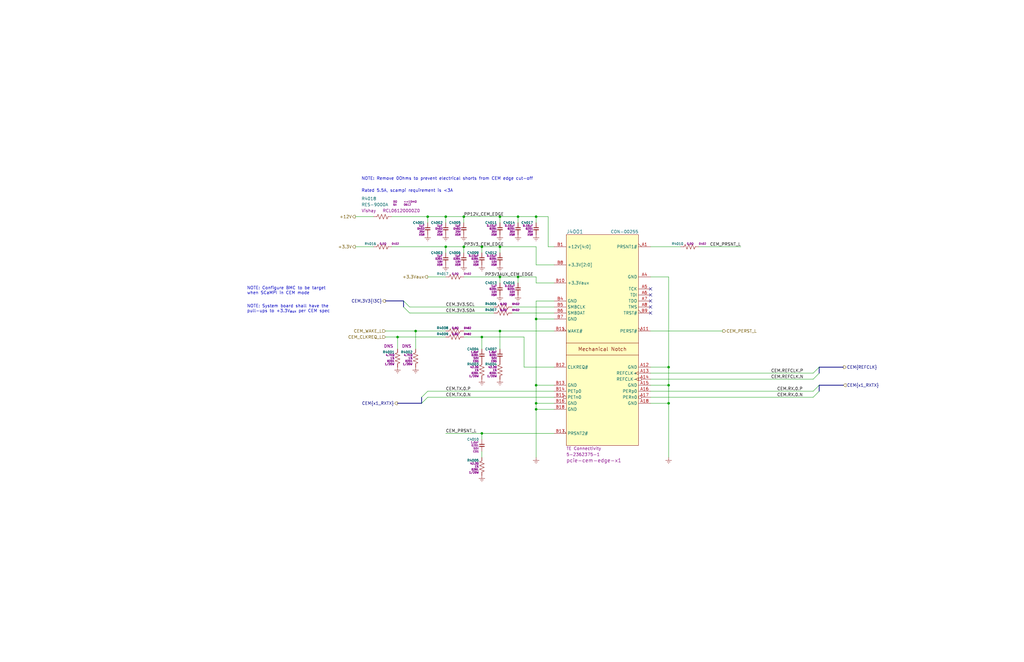
<source format=kicad_sch>
(kicad_sch (version 20231120) (generator "eeschema") (generator_version "8.0")
  (paper "B")
  (title_block (title "${PROJ}") (rev "${REV}") (company "${RPN}") (comment 1 "CEM Edge"))
  (lib_symbols
    (symbol "Capacitors, ceramic, Murata:CCM-110AA" (pin_numbers hide) (pin_names (offset 0) hide)
      (property "Reference" "C" (at 1.27 2.54 0))
      (property "val" "1.0pF" (at 1.27 1.27 0))
      (property "pkg" "0201" (at 1.27 0 0))
      (property "volt" "50V" (at 1.27 -1.27 0))
      (property "type" "C0G" (at 1.27 -2.54 0))
      (symbol "CCM-110AA_1_1"
        (polyline (pts (xy -1.016 -0.423) (xy 1.016 -0.423)) (stroke (width 0.3302)))
        (polyline (pts (xy -1.016 0.423) (xy 1.016 0.423)) (stroke (width 0.3048)))
        (pin passive line (at 0 2.54 270) (length 2.032) (name "~") (number "1"))
        (pin passive line (at 0 -2.54 90) (length 2.032) (name "~") (number "2"))
      )
    )
    (symbol "Capacitors, ceramic, Murata:CCM-610AA" (pin_numbers hide) (pin_names (offset 0) hide)
      (property "Reference" "C" (at 1.27 2.54 0))
      (property "val" "0.10µF" (at 1.27 1.27 0))
      (property "pkg" "0201" (at 1.27 0 0))
      (property "volt" "10V" (at 1.27 -1.27 0))
      (property "type" "X5R" (at 1.27 -2.54 0))
      (symbol "CCM-610AA_1_1"
        (polyline (pts (xy -1.016 -0.423) (xy 1.016 -0.423)) (stroke (width 0.3302)))
        (polyline (pts (xy -1.016 0.423) (xy 1.016 0.423)) (stroke (width 0.3048)))
        (pin passive line (at 0 2.54 270) (length 2.032) (name "~") (number "1"))
        (pin passive line (at 0 -2.54 90) (length 2.032) (name "~") (number "2"))
      )
    )
    (symbol "Capacitors, ceramic, Murata:CCM-610AE" (pin_numbers hide) (pin_names (offset 0) hide)
      (property "Reference" "C" (at 1.27 2.54 0))
      (property "val" "0.10µF" (at 1.27 1.27 0))
      (property "pkg" "0201" (at 1.27 0 0))
      (property "volt" "35V" (at 1.27 -1.27 0))
      (property "type" "X5R" (at 1.27 -2.54 0))
      (symbol "CCM-610AE_1_1"
        (polyline (pts (xy -1.016 -0.423) (xy 1.016 -0.423)) (stroke (width 0.3302)))
        (polyline (pts (xy -1.016 0.423) (xy 1.016 0.423)) (stroke (width 0.3048)))
        (pin passive line (at 0 2.54 270) (length 2.032) (name "~") (number "1"))
        (pin passive line (at 0 -2.54 90) (length 2.032) (name "~") (number "2"))
      )
    )
    (symbol "Capacitors, ceramic, Murata:CCM-710AD" (pin_numbers hide) (pin_names (offset 0) hide)
      (property "Reference" "C" (at 1.27 2.54 0))
      (property "val" "1µF" (at 1.27 1.27 0))
      (property "pkg" "0201" (at 1.27 0 0))
      (property "volt" "10V" (at 1.27 -1.27 0))
      (property "type" "X5R" (at 1.27 -2.54 0))
      (symbol "CCM-710AD_1_1"
        (polyline (pts (xy -1.016 -0.423) (xy 1.016 -0.423)) (stroke (width 0.3302)))
        (polyline (pts (xy -1.016 0.423) (xy 1.016 0.423)) (stroke (width 0.3048)))
        (pin passive line (at 0 2.54 270) (length 2.032) (name "~") (number "1"))
        (pin passive line (at 0 -2.54 90) (length 2.032) (name "~") (number "2"))
      )
    )
    (symbol "Capacitors, ceramic, Murata:CCM-710BC" (pin_numbers hide) (pin_names (offset 0) hide)
      (property "Reference" "C" (at 1.27 2.54 0))
      (property "val" "1µF" (at 1.27 1.27 0))
      (property "pkg" "0402" (at 1.27 0 0))
      (property "volt" "25V" (at 1.27 -1.27 0))
      (property "type" "X5R" (at 1.27 -2.54 0))
      (symbol "CCM-710BC_1_1"
        (polyline (pts (xy -1.016 -0.423) (xy 1.016 -0.423)) (stroke (width 0.3302)))
        (polyline (pts (xy -1.016 0.423) (xy 1.016 0.423)) (stroke (width 0.3048)))
        (pin passive line (at 0 2.54 270) (length 2.032) (name "~") (number "1"))
        (pin passive line (at 0 -2.54 90) (length 2.032) (name "~") (number "2"))
      )
    )
    (symbol "Connectors:CON-00255" (in_bom no)
      (property "Reference" "J" (at -15.24 45.72 0))
      (property "Value" "CON-00255" (at 15.24 45.72 0))
      (property "mfr" "TE Connectivity" (at -15.24 -45.72 0))
      (property "mpn" "5-2362375-1" (at -15.24 -48.26 0))
      (property "pkg" "pcie-cem-edge-x1" (at -15.24 -50.8 0))
      (symbol "CON-00255_0_1"
        (polyline (pts (xy -15.24 -6.35) (xy 15.24 -6.35)))
        (polyline (pts (xy -15.24 -1.27) (xy 15.24 -1.27)))
      )
      (symbol "CON-00255_1_1"
        (rectangle (start -15.24 44.45) (end 15.24 -44.45) (fill (type background)))
        (text "Mechanical Notch" (at 0 -3.81 0) (effects (font (size 1.524 1.524))))
        (pin output output_low (at 20.32 39.37 180) (length 5.08) (name "PRSNT1#") (number "A1"))
        (pin passive line (at -20.32 31.75 0) (length 5.08) hide (name "+3.3V[2:0]") (number "A10"))
        (pin output output_low (at 20.32 3.81 180) (length 5.08) (name "PERST#") (number "A11"))
        (pin power_in line (at 20.32 -11.43 180) (length 5.08) (name "GND") (number "A12"))
        (pin output clock (at 20.32 -13.97 180) (length 5.08) (name "REFCLK+") (number "A13"))
        (pin output inverted_clock (at 20.32 -16.51 180) (length 5.08) (name "REFCLK-") (number "A14"))
        (pin power_in line (at 20.32 -19.05 180) (length 5.08) (name "GND") (number "A15"))
        (pin input line (at 20.32 -21.59 180) (length 5.08) (name "PERp0") (number "A16"))
        (pin input inverted (at 20.32 -24.13 180) (length 5.08) (name "PERn0") (number "A17"))
        (pin power_in line (at 20.32 -26.67 180) (length 5.08) (name "GND") (number "A18"))
        (pin passive line (at -20.32 39.37 0) (length 5.08) hide (name "+12V[4:0]") (number "A2"))
        (pin passive line (at -20.32 39.37 0) (length 5.08) hide (name "+12V[4:0]") (number "A3"))
        (pin power_in line (at 20.32 26.67 180) (length 5.08) (name "GND") (number "A4"))
        (pin output line (at 20.32 21.59 180) (length 5.08) (name "TCK") (number "A5"))
        (pin output line (at 20.32 19.05 180) (length 5.08) (name "TDI") (number "A6"))
        (pin input line (at 20.32 16.51 180) (length 5.08) (name "TDO") (number "A7"))
        (pin output line (at 20.32 13.97 180) (length 5.08) (name "TMS") (number "A8"))
        (pin passive line (at -20.32 31.75 0) (length 5.08) hide (name "+3.3V[2:0]") (number "A9"))
        (pin power_out line (at -20.32 39.37 0) (length 5.08) (name "+12V[4:0]") (number "B1"))
        (pin power_out line (at -20.32 24.13 0) (length 5.08) (name "+3.3Vaux") (number "B10"))
        (pin input input_low (at -20.32 3.81 0) (length 5.08) (name "WAKE#") (number "B11"))
        (pin open_collector line (at -20.32 -11.43 0) (length 5.08) (name "CLKREQ#") (number "B12"))
        (pin power_in line (at -20.32 -19.05 0) (length 5.08) (name "GND") (number "B13"))
        (pin output line (at -20.32 -21.59 0) (length 5.08) (name "PETp0") (number "B14"))
        (pin output inverted (at -20.32 -24.13 0) (length 5.08) (name "PETn0") (number "B15"))
        (pin power_in line (at -20.32 -26.67 0) (length 5.08) (name "GND") (number "B16"))
        (pin input input_low (at -20.32 -39.37 0) (length 5.08) (name "PRSNT2#") (number "B17"))
        (pin power_in line (at -20.32 -29.21 0) (length 5.08) (name "GND") (number "B18"))
        (pin passive line (at -20.32 39.37 0) (length 5.08) hide (name "+12V[4:0]") (number "B2"))
        (pin passive line (at -20.32 39.37 0) (length 5.08) hide (name "+12V[4:0]") (number "B3"))
        (pin power_in line (at -20.32 16.51 0) (length 5.08) (name "GND") (number "B4"))
        (pin output line (at -20.32 13.97 0) (length 5.08) (name "SMBCLK") (number "B5"))
        (pin open_collector line (at -20.32 11.43 0) (length 5.08) (name "SMBDAT") (number "B6"))
        (pin power_in line (at -20.32 8.89 0) (length 5.08) (name "GND") (number "B7"))
        (pin power_out line (at -20.32 31.75 0) (length 5.08) (name "+3.3V[2:0]") (number "B8"))
        (pin output output_low (at 20.32 11.43 180) (length 5.08) (name "TRST#") (number "B9"))
      )
    )
    (symbol "Power:GND" (power) (pin_names (offset 0)) (in_bom no) (on_board no)
      (symbol "GND_0_1"
        (polyline (pts (xy -0.635 -1.905) (xy 0.635 -1.905)))
        (polyline (pts (xy -0.127 -2.54) (xy 0.127 -2.54)))
        (polyline (pts (xy 0 -1.27) (xy 0 0)))
        (polyline (pts (xy 1.27 -1.27) (xy -1.27 -1.27)))
      )
      (symbol "GND_1_1"
        (pin power_in line (at 0 0 270) (length 0) hide (name "GND") (number "1"))
      )
    )
    (symbol "Resistors, fancy:RES-9000A" (pin_numbers hide) (pin_names (offset 0) hide)
      (property "Reference" "R" (at 1.27 3.81 0))
      (property "Value" "RES-9000A" (at 1.016 2.286 0))
      (property "mpn" "RCL06120000Z0" (at 1.016 -0.508 0))
      (property "mfr" "Vishay" (at 1.016 0.762 0))
      (property "val" "0Ω" (at 7.62 -2.032 0))
      (property "tol" "<=10mΩ" (at 7.62 -3.302 0))
      (property "pwr" "1.0W" (at 1.27 -3.302 0))
      (property "pkg" "0612" (at 1.27 -2.032 0))
      (property "Imax" "6A" (at 13.97 -2.54 0))
      (symbol "RES-9000A_1_1"
        (polyline (pts (xy 0 -2.286) (xy 0 -2.54)))
        (polyline (pts (xy 0 2.286) (xy 0 2.54)))
        (polyline (pts (xy 0 -0.762) (xy 1.016 -1.143) (xy 0 -1.524) (xy -1.016 -1.905) (xy 0 -2.286)))
        (polyline (pts (xy 0 0.762) (xy 1.016 0.381) (xy 0 0) (xy -1.016 -0.381) (xy 0 -0.762)))
        (polyline (pts (xy 0 2.286) (xy 1.016 1.905) (xy 0 1.524) (xy -1.016 1.143) (xy 0 0.762)))
        (pin passive line (at 0 3.81 270) (length 1.27) (name "~") (number "1"))
        (pin passive line (at 0 -3.81 90) (length 1.27) (name "~") (number "2"))
      )
    )
    (symbol "Resistors:RES-0000B" (pin_numbers hide) (pin_names (offset 0) hide)
      (property "Reference" "R" (at 1.27 2.54 0))
      (property "val" "0.0Ω" (at 1.27 1.27 0))
      (property "tol" "<20mΩ" (at 1.27 0 0))
      (property "pkg" "0402" (at 1.27 -1.27 0))
      (property "pwr" "1.5A" (at 1.27 -2.54 0))
      (symbol "RES-0000B_1_1"
        (polyline (pts (xy 0 -2.286) (xy 0 -2.54)))
        (polyline (pts (xy 0 2.286) (xy 0 2.54)))
        (polyline (pts (xy 0 -0.762) (xy 1.016 -1.143) (xy 0 -1.524) (xy -1.016 -1.905) (xy 0 -2.286)))
        (polyline (pts (xy 0 0.762) (xy 1.016 0.381) (xy 0 0) (xy -1.016 -0.381) (xy 0 -0.762)))
        (polyline (pts (xy 0 2.286) (xy 1.016 1.905) (xy 0 1.524) (xy -1.016 1.143) (xy 0 0.762)))
        (pin passive line (at 0 3.81 270) (length 1.27) (name "~") (number "1"))
        (pin passive line (at 0 -3.81 90) (length 1.27) (name "~") (number "2"))
      )
    )
    (symbol "Resistors:RES-2422A" (pin_numbers hide) (pin_names (offset 0) hide)
      (property "Reference" "R" (at 1.27 2.54 0))
      (property "val" "42.2Ω" (at 1.27 1.27 0))
      (property "tol" "1%" (at 1.27 0 0))
      (property "pkg" "0201" (at 1.27 -1.27 0))
      (property "pwr" "1/20W" (at 1.27 -2.54 0))
      (symbol "RES-2422A_1_1"
        (polyline (pts (xy 0 -2.286) (xy 0 -2.54)))
        (polyline (pts (xy 0 2.286) (xy 0 2.54)))
        (polyline (pts (xy 0 -0.762) (xy 1.016 -1.143) (xy 0 -1.524) (xy -1.016 -1.905) (xy 0 -2.286)))
        (polyline (pts (xy 0 0.762) (xy 1.016 0.381) (xy 0 0) (xy -1.016 -0.381) (xy 0 -0.762)))
        (polyline (pts (xy 0 2.286) (xy 1.016 1.905) (xy 0 1.524) (xy -1.016 1.143) (xy 0 0.762)))
        (pin passive line (at 0 3.81 270) (length 1.27) (name "~") (number "1"))
        (pin passive line (at 0 -3.81 90) (length 1.27) (name "~") (number "2"))
      )
    )
    (symbol "Resistors:RES-4470A" (pin_numbers hide) (pin_names (offset 0) hide)
      (property "Reference" "R" (at 1.27 2.54 0))
      (property "val" "4.7KΩ" (at 1.27 1.27 0))
      (property "tol" "1%" (at 1.27 0 0))
      (property "pkg" "0201" (at 1.27 -1.27 0))
      (property "pwr" "1/20W" (at 1.27 -2.54 0))
      (symbol "RES-4470A_1_1"
        (polyline (pts (xy 0 -2.286) (xy 0 -2.54)))
        (polyline (pts (xy 0 2.286) (xy 0 2.54)))
        (polyline (pts (xy 0 -0.762) (xy 1.016 -1.143) (xy 0 -1.524) (xy -1.016 -1.905) (xy 0 -2.286)))
        (polyline (pts (xy 0 0.762) (xy 1.016 0.381) (xy 0 0) (xy -1.016 -0.381) (xy 0 -0.762)))
        (polyline (pts (xy 0 2.286) (xy 1.016 1.905) (xy 0 1.524) (xy -1.016 1.143) (xy 0 0.762)))
        (pin passive line (at 0 3.81 270) (length 1.27) (name "~") (number "1"))
        (pin passive line (at 0 -3.81 90) (length 1.27) (name "~") (number "2"))
      )
    )
  )
  (junction (at 210.82 116.84))
  (junction (at 226.06 172.72))
  (junction (at 218.44 116.84))
  (junction (at 175.26 139.7))
  (junction (at 210.82 139.7))
  (junction (at 226.06 91.44))
  (junction (at 210.82 104.14))
  (junction (at 195.58 104.14))
  (junction (at 187.96 104.14))
  (junction (at 281.94 154.94))
  (junction (at 226.06 170.18))
  (junction (at 203.2 182.88))
  (junction (at 281.94 170.18))
  (junction (at 218.44 91.44))
  (junction (at 167.64 142.24))
  (junction (at 226.06 162.56))
  (junction (at 195.58 91.44))
  (junction (at 281.94 162.56))
  (junction (at 210.82 91.44))
  (junction (at 226.06 134.62))
  (junction (at 203.2 104.14))
  (junction (at 180.34 91.44))
  (junction (at 187.96 91.44))
  (junction (at 203.2 142.24))
  (no_connect (at 274.32 121.92))
  (no_connect (at 274.32 124.46))
  (no_connect (at 274.32 127))
  (no_connect (at 274.32 129.54))
  (no_connect (at 274.32 132.08))
  (bus_entry (at 177.8 170.18) (size 2.54 -2.54))
  (bus_entry (at 177.8 167.64) (size 2.54 -2.54))
  (bus_entry (at 342.9 165.1) (size 2.54 -2.54))
  (bus_entry (at 170.18 127) (size 2.54 2.54))
  (bus_entry (at 342.9 157.48) (size 2.54 -2.54))
  (bus_entry (at 342.9 167.64) (size 2.54 -2.54))
  (bus_entry (at 170.18 129.54) (size 2.54 2.54))
  (bus_entry (at 342.9 160.02) (size 2.54 -2.54))
  (wire (pts (xy 195.58 91.44) (xy 195.58 93.98)))
  (wire (pts (xy 274.32 157.48) (xy 342.9 157.48)))
  (wire (pts (xy 203.2 182.88) (xy 203.2 185.42)))
  (wire (pts (xy 187.96 91.44) (xy 195.58 91.44)))
  (wire (pts (xy 195.58 104.14) (xy 195.58 106.68)))
  (wire (pts (xy 187.96 104.14) (xy 187.96 106.68)))
  (wire (pts (xy 175.26 139.7) (xy 187.96 139.7)))
  (wire (pts (xy 218.44 91.44) (xy 218.44 93.98)))
  (wire (pts (xy 210.82 116.84) (xy 210.82 119.38)))
  (wire (pts (xy 167.64 142.24) (xy 167.64 147.32)))
  (wire (pts (xy 226.06 91.44) (xy 231.14 91.44)))
  (wire (pts (xy 210.82 104.14) (xy 210.82 106.68)))
  (wire (pts (xy 274.32 116.84) (xy 281.94 116.84)))
  (wire (pts (xy 180.34 116.84) (xy 187.96 116.84)))
  (wire (pts (xy 187.96 104.14) (xy 195.58 104.14)))
  (wire (pts (xy 175.26 139.7) (xy 175.26 147.32)))
  (bus (pts (xy 170.18 127) (xy 170.18 129.54)))
  (bus (pts (xy 167.64 170.18) (xy 177.8 170.18)))
  (wire (pts (xy 274.32 139.7) (xy 304.8 139.7)))
  (wire (pts (xy 226.06 162.56) (xy 226.06 170.18)))
  (wire (pts (xy 231.14 104.14) (xy 233.68 104.14)))
  (wire (pts (xy 215.9 132.08) (xy 233.68 132.08)))
  (wire (pts (xy 281.94 162.56) (xy 281.94 170.18)))
  (wire (pts (xy 187.96 182.88) (xy 203.2 182.88)))
  (wire (pts (xy 274.32 154.94) (xy 281.94 154.94)))
  (wire (pts (xy 180.34 167.64) (xy 233.68 167.64)))
  (wire (pts (xy 226.06 134.62) (xy 226.06 162.56)))
  (wire (pts (xy 162.56 142.24) (xy 167.64 142.24)))
  (wire (pts (xy 203.2 142.24) (xy 203.2 147.32)))
  (wire (pts (xy 226.06 170.18) (xy 226.06 172.72)))
  (wire (pts (xy 220.98 154.94) (xy 233.68 154.94)))
  (wire (pts (xy 226.06 127) (xy 233.68 127)))
  (bus (pts (xy 162.56 127) (xy 170.18 127)))
  (bus (pts (xy 177.8 170.18) (xy 177.8 167.64)))
  (wire (pts (xy 274.32 104.14) (xy 287.02 104.14)))
  (wire (pts (xy 294.64 104.14) (xy 312.42 104.14)))
  (wire (pts (xy 180.34 91.44) (xy 187.96 91.44)))
  (wire (pts (xy 180.34 91.44) (xy 180.34 93.98)))
  (wire (pts (xy 226.06 172.72) (xy 226.06 193.04)))
  (wire (pts (xy 226.06 170.18) (xy 233.68 170.18)))
  (wire (pts (xy 226.06 162.56) (xy 233.68 162.56)))
  (wire (pts (xy 210.82 104.14) (xy 226.06 104.14)))
  (wire (pts (xy 226.06 104.14) (xy 226.06 111.76)))
  (wire (pts (xy 218.44 116.84) (xy 218.44 119.38)))
  (wire (pts (xy 172.72 132.08) (xy 208.28 132.08)))
  (wire (pts (xy 162.56 139.7) (xy 175.26 139.7)))
  (wire (pts (xy 195.58 104.14) (xy 203.2 104.14)))
  (wire (pts (xy 226.06 91.44) (xy 226.06 93.98)))
  (wire (pts (xy 167.64 142.24) (xy 187.96 142.24)))
  (wire (pts (xy 226.06 91.44) (xy 218.44 91.44)))
  (wire (pts (xy 149.86 91.44) (xy 157.48 91.44)))
  (wire (pts (xy 220.98 142.24) (xy 220.98 154.94)))
  (wire (pts (xy 172.72 129.54) (xy 208.28 129.54)))
  (wire (pts (xy 195.58 116.84) (xy 210.82 116.84)))
  (wire (pts (xy 281.94 170.18) (xy 281.94 193.04)))
  (wire (pts (xy 274.32 165.1) (xy 342.9 165.1)))
  (wire (pts (xy 218.44 116.84) (xy 226.06 116.84)))
  (wire (pts (xy 226.06 111.76) (xy 233.68 111.76)))
  (wire (pts (xy 195.58 91.44) (xy 210.82 91.44)))
  (wire (pts (xy 203.2 104.14) (xy 210.82 104.14)))
  (wire (pts (xy 203.2 104.14) (xy 203.2 106.68)))
  (wire (pts (xy 210.82 139.7) (xy 233.68 139.7)))
  (bus (pts (xy 345.44 154.94) (xy 345.44 157.48)))
  (wire (pts (xy 274.32 160.02) (xy 342.9 160.02)))
  (wire (pts (xy 281.94 116.84) (xy 281.94 154.94)))
  (wire (pts (xy 274.32 162.56) (xy 281.94 162.56)))
  (wire (pts (xy 226.06 127) (xy 226.06 134.62)))
  (wire (pts (xy 281.94 154.94) (xy 281.94 162.56)))
  (wire (pts (xy 210.82 91.44) (xy 210.82 93.98)))
  (wire (pts (xy 226.06 172.72) (xy 233.68 172.72)))
  (wire (pts (xy 210.82 116.84) (xy 218.44 116.84)))
  (wire (pts (xy 226.06 116.84) (xy 226.06 119.38)))
  (wire (pts (xy 165.1 91.44) (xy 180.34 91.44)))
  (wire (pts (xy 195.58 142.24) (xy 203.2 142.24)))
  (wire (pts (xy 203.2 182.88) (xy 233.68 182.88)))
  (bus (pts (xy 345.44 154.94) (xy 355.6 154.94)))
  (wire (pts (xy 226.06 134.62) (xy 233.68 134.62)))
  (wire (pts (xy 274.32 170.18) (xy 281.94 170.18)))
  (wire (pts (xy 210.82 139.7) (xy 210.82 147.32)))
  (wire (pts (xy 165.1 104.14) (xy 187.96 104.14)))
  (wire (pts (xy 203.2 190.5) (xy 203.2 193.04)))
  (wire (pts (xy 180.34 165.1) (xy 233.68 165.1)))
  (wire (pts (xy 231.14 91.44) (xy 231.14 104.14)))
  (wire (pts (xy 203.2 142.24) (xy 220.98 142.24)))
  (bus (pts (xy 345.44 162.56) (xy 345.44 165.1)))
  (wire (pts (xy 187.96 91.44) (xy 187.96 93.98)))
  (wire (pts (xy 226.06 119.38) (xy 233.68 119.38)))
  (bus (pts (xy 345.44 162.56) (xy 355.6 162.56)))
  (wire (pts (xy 274.32 167.64) (xy 342.9 167.64)))
  (wire (pts (xy 215.9 129.54) (xy 233.68 129.54)))
  (wire (pts (xy 210.82 91.44) (xy 218.44 91.44)))
  (wire (pts (xy 195.58 139.7) (xy 210.82 139.7)))
  (wire (pts (xy 149.86 104.14) (xy 157.48 104.14)))
  (text "NOTE: Configure BMC to be target \nwhen SCaMPI in CEM mode" (at 104.14 124.46 0) (effects (font (size 1.27 1.27)) (justify left bottom)))
  (text "Rated 5.5A, scampi requirement is <3A" (at 152.4 81.28 0) (effects (font (size 1.27 1.27)) (justify left bottom)))
  (text "NOTE: System board shall have the \npull-ups to +3.3V_{aux} per CEM spec" (at 104.14 132.08 0) (effects (font (size 1.27 1.27)) (justify left bottom)))
  (text "NOTE: Remove 0Ohms to prevent electrical shorts from CEM edge cut-off" (at 152.4 76.2 0) (effects (font (size 1.27 1.27)) (justify left bottom)))
  (label "PP12V_CEM_EDGE" (at 195.58 91.44 0))
  (label "CEM.TX.0.P" (at 187.96 165.1 0))
  (label "CEM.RX.0.N" (at 327.66 167.64 0))
  (label "CEM.TX.0.N" (at 187.96 167.64 0))
  (label "CEM_PRSNT_L" (at 187.96 182.88 0))
  (label "PP3V3AUX_CEM_EDGE" (at 204.47 116.84 0))
  (label "CEM_PRSNT_L" (at 312.42 104.14 180))
  (label "CEM.3V3.SCL" (at 187.96 129.54 0))
  (label "CEM.REFCLK.N" (at 325.12 160.02 0))
  (label "CEM.RX.0.P" (at 327.66 165.1 0))
  (label "PP3V3_CEM_EDGE" (at 195.58 104.14 0))
  (label "CEM.3V3.SDA" (at 187.96 132.08 0))
  (label "CEM.REFCLK.P" (at 325.12 157.48 0))
  (hierarchical_label "CEM{REFCLK}" (shape output) (at 355.6 154.94 0))
  (hierarchical_label "+3.3Vaux" (shape output) (at 180.34 116.84 180))
  (hierarchical_label "CEM_CLKREQ_L" (shape input) (at 162.56 142.24 180))
  (hierarchical_label "CEM{x1_RXTX}" (shape input) (at 355.6 162.56 0))
  (hierarchical_label "CEM.3V3{I3C}" (shape output) (at 162.56 127 180))
  (hierarchical_label "+3.3V" (shape output) (at 149.86 104.14 180))
  (hierarchical_label "CEM_PERST_L" (shape output) (at 304.8 139.7 0))
  (hierarchical_label "CEM_WAKE_L" (shape input) (at 162.56 139.7 180))
  (hierarchical_label "+12V" (shape output) (at 149.86 91.44 180))
  (hierarchical_label "CEM{x1_RXTX}" (shape output) (at 167.64 170.18 180))
  (symbol (lib_id "Resistors:RES-2422A") (at 203.2 156.21 0) (mirror y) (unit 1)
    (property "Reference" "R4003" (at 201.93 153.67 0) (effects (font (size 1 1)) (justify left)))
    (property "Value" "RES-2422A" (effects (hide yes)))
    (property "Description" "RES, 42.2Ω, 1%, 0201, 1/20W, <50V, 0.26mm" (effects (hide yes)))
    (property "val" "42.2Ω" (at 201.93 154.94 0) (effects (font (size 0.8 0.8)) (justify left)))
    (property "tol" "1%" (at 201.93 156.21 0) (effects (font (size 0.8 0.8)) (justify left)))
    (property "Sim.Device" "R" (effects (hide yes)))
    (property "pkg" "0201" (at 201.93 157.48 0) (effects (font (size 0.8 0.8)) (justify left)))
    (property "Sim.Pins" "1=+ 2=-" (effects (hide yes)))
    (property "pwr" "1/20W" (at 201.93 158.75 0) (effects (font (size 0.8 0.8)) (justify left)))
    (property "Sim.Params" "r=\"${val}\"" (effects (hide yes)))
    (property "height" "0.26mm" (effects (hide yes)))
  )
  (symbol (lib_id "Capacitors, ceramic, Murata:CCM-110AA") (at 203.2 187.96 0) (mirror y) (unit 1)
    (property "Reference" "C4010" (at 201.93 185.42 0) (effects (font (size 1 1)) (justify left)))
    (property "Value" "CCM-110AA" (effects (hide yes)))
    (property "Description" "CAP, ceramic, 1.0pF, 0201, 50V, ±0.25pF, C0G, 0.33 mm" (effects (hide yes)))
    (property "val" "1.0pF" (at 201.93 186.69 0) (effects (font (size 0.8 0.8)) (justify left)))
    (property "pkg" "0201" (at 201.93 187.96 0) (effects (font (size 0.8 0.8)) (justify left)))
    (property "mfr" "Murata" (effects (hide yes)))
    (property "Sim.Pins" "1=+ 2=-" (effects (hide yes)))
    (property "volt" "50V" (at 201.93 189.23 0) (effects (font (size 0.8 0.8)) (justify left)))
    (property "Sim.Device" "C" (effects (hide yes)))
    (property "type" "C0G" (at 201.93 190.5 0) (effects (font (size 0.8 0.8)) (justify left)))
    (property "Sim.Params" "c=${val}" (effects (hide yes)))
    (property "tol" "±0.25pF" (effects (hide yes)))
    (property "height" "0.33mm" (effects (hide yes)))
    (property "mpn" "GRM0335C1H1R0CA01" (effects (hide yes)))
  )
  (symbol (lib_id "Power:GND") (at 218.44 124.46 0) (mirror y) (unit 1) (in_bom no) (on_board no)
    (property "Reference" "#PWR04018" (effects (hide yes)))
    (property "Value" "GND" (effects (hide yes)))
    (property "Description" "Power symbol creates a global label with name \"GND\"" (effects (hide yes)))
  )
  (symbol (lib_id "Power:GND") (at 210.82 111.76 0) (mirror y) (unit 1) (in_bom no) (on_board no)
    (property "Reference" "#PWR04014" (effects (hide yes)))
    (property "Value" "GND" (effects (hide yes)))
    (property "Description" "Power symbol creates a global label with name \"GND\"" (effects (hide yes)))
  )
  (symbol (lib_id "Resistors:RES-4470A") (at 167.64 151.13 0) (mirror y) (unit 1)
    (property "Reference" "R4001" (at 166.37 148.59 0) (effects (font (size 1 1)) (justify left)))
    (property "Value" "RES-4470A" (effects (hide yes)))
    (property "Description" "RES, 4.7KΩ, 1%, 0201, 1/20W, <50V, 0.26mm" (effects (hide yes)))
    (property "val" "4.7KΩ" (at 166.37 149.86 0) (effects (font (size 0.8 0.8)) (justify left)))
    (property "tol" "1%" (at 166.37 151.13 0) (effects (font (size 0.8 0.8)) (justify left)))
    (property "Sim.Device" "R" (effects (hide yes)))
    (property "pkg" "0201" (at 166.37 152.4 0) (effects (font (size 0.8 0.8)) (justify left)))
    (property "Sim.Pins" "1=+ 2=-" (effects (hide yes)))
    (property "pwr" "1/20W" (at 166.37 153.67 0) (effects (font (size 0.8 0.8)) (justify left)))
    (property "Sim.Params" "r=\"${val}\"" (effects (hide yes)))
    (property "height" "0.26mm" (effects (hide yes)))
    (property "BOM" "DNS" (at 163.83 146.05 0))
  )
  (symbol (lib_id "Capacitors, ceramic, Murata:CCM-610AA") (at 203.2 109.22 0) (mirror y) (unit 1)
    (property "Reference" "C4009" (at 201.93 106.68 0) (effects (font (size 1 1)) (justify left)))
    (property "Value" "CCM-610AA" (effects (hide yes)))
    (property "Description" "CAP, ceramic, 0.10µF, 0201, 10V, ±20%, X5R, 0.33 mm" (effects (hide yes)))
    (property "val" "0.10µF" (at 201.93 107.95 0) (effects (font (size 0.8 0.8)) (justify left)))
    (property "pkg" "0201" (at 201.93 109.22 0) (effects (font (size 0.8 0.8)) (justify left)))
    (property "mfr" "Murata" (effects (hide yes)))
    (property "volt" "10V" (at 201.93 110.49 0) (effects (font (size 0.8 0.8)) (justify left)))
    (property "Sim.Pins" "1=+ 2=-" (effects (hide yes)))
    (property "Sim.Device" "C" (effects (hide yes)))
    (property "type" "X5R" (at 201.93 111.76 0) (effects (font (size 0.8 0.8)) (justify left)))
    (property "Sim.Params" "c=${val}" (effects (hide yes)))
    (property "tol" "±20%" (effects (hide yes)))
    (property "height" "0.33mm" (effects (hide yes)))
    (property "mpn" "GRM033R61A104ME15" (effects (hide yes)))
  )
  (symbol (lib_id "Capacitors, ceramic, Murata:CCM-610AE") (at 226.06 96.52 0) (mirror y) (unit 1)
    (property "Reference" "C4017" (at 224.79 93.98 0) (effects (font (size 1 1)) (justify left)))
    (property "Value" "CCM-610AE" (effects (hide yes)))
    (property "Description" "CAP, ceramic, 0.10µF, 0201, 35V, ±20%, X5R, 0.33 mm" (effects (hide yes)))
    (property "val" "0.10µF" (at 224.79 95.25 0) (effects (font (size 0.8 0.8)) (justify left)))
    (property "pkg" "0201" (at 224.79 96.52 0) (effects (font (size 0.8 0.8)) (justify left)))
    (property "mfr" "Murata" (effects (hide yes)))
    (property "Sim.Pins" "1=+ 2=-" (effects (hide yes)))
    (property "volt" "35V" (at 224.79 97.79 0) (effects (font (size 0.8 0.8)) (justify left)))
    (property "Sim.Device" "C" (effects (hide yes)))
    (property "type" "X5R" (at 224.79 99.06 0) (effects (font (size 0.8 0.8)) (justify left)))
    (property "Sim.Params" "c=${val}" (effects (hide yes)))
    (property "tol" "±20%" (effects (hide yes)))
    (property "height" "0.33mm" (effects (hide yes)))
    (property "mpn" "GRM033R6YA104ME14" (effects (hide yes)))
  )
  (symbol (lib_id "Resistors:RES-2422A") (at 210.82 156.21 0) (mirror y) (unit 1)
    (property "Reference" "R4004" (at 209.55 153.67 0) (effects (font (size 1 1)) (justify left)))
    (property "Value" "RES-2422A" (effects (hide yes)))
    (property "Description" "RES, 42.2Ω, 1%, 0201, 1/20W, <50V, 0.26mm" (effects (hide yes)))
    (property "val" "42.2Ω" (at 209.55 154.94 0) (effects (font (size 0.8 0.8)) (justify left)))
    (property "tol" "1%" (at 209.55 156.21 0) (effects (font (size 0.8 0.8)) (justify left)))
    (property "Sim.Device" "R" (effects (hide yes)))
    (property "pkg" "0201" (at 209.55 157.48 0) (effects (font (size 0.8 0.8)) (justify left)))
    (property "Sim.Pins" "1=+ 2=-" (effects (hide yes)))
    (property "pwr" "1/20W" (at 209.55 158.75 0) (effects (font (size 0.8 0.8)) (justify left)))
    (property "Sim.Params" "r=\"${val}\"" (effects (hide yes)))
    (property "height" "0.26mm" (effects (hide yes)))
  )
  (symbol (lib_id "Power:GND") (at 210.82 160.02 0) (mirror y) (unit 1) (in_bom no) (on_board no)
    (property "Reference" "#PWR04009" (effects (hide yes)))
    (property "Value" "GND" (effects (hide yes)))
    (property "Description" "Power symbol creates a global label with name \"GND\"" (effects (hide yes)))
  )
  (symbol (lib_id "Resistors, fancy:RES-9000A") (at 161.29 91.44 90) (unit 1)
    (property "Reference" "R4018" (at 152.4 83.82 90) (effects (justify right)))
    (property "Value" "RES-9000A" (at 152.4 86.36 90) (effects (justify right)))
    (property "Datasheet" "https://www.vishay.com/docs/20046/rcle3.pdf" (effects (hide yes)))
    (property "Description" "RES, 0Ω Jumper, <=10mΩ, 0612, 1.0W, <200V, 0.65mm" (effects (hide yes)))
    (property "mfr" "Vishay" (at 152.4 88.9 90) (effects (justify right)))
    (property "mpn" "RCL06120000Z0" (at 161.29 88.9 90) (effects (justify right)))
    (property "height" "0.65mm" (effects (hide yes)))
    (property "val" "0Ω" (at 165.735 85.09 90) (effects (font (size 0.8 0.8)) (justify right)))
    (property "tol" "<=10mΩ" (at 170.18 85.09 90) (effects (font (size 0.8 0.8)) (justify right)))
    (property "pwr" "1.0W" (effects (hide yes)))
    (property "Sim.Device" "R" (effects (hide yes)))
    (property "pkg" "0612" (at 170.18 86.36 90) (effects (font (size 0.8 0.8)) (justify right)))
    (property "Sim.Pins" "1=+ 2=-" (effects (hide yes)))
    (property "Imax" "6A" (at 165.735 86.36 90) (effects (font (size 0.8 0.8)) (justify right)))
    (property "Sim.Params" "r=\"${val}\"" (effects (hide yes)))
  )
  (symbol (lib_id "Resistors:RES-0000B") (at 191.77 142.24 90) (unit 1)
    (property "Reference" "R4009" (at 184.15 140.97 90) (effects (font (size 1 1)) (justify right)))
    (property "Value" "RES-0000B" (effects (hide yes)))
    (property "Description" "RES, 0.0Ω, <20mΩ, 0402, 1.5A, <2A, 0.40mm" (effects (hide yes)))
    (property "val" "0.0Ω" (at 190.5 140.97 90) (effects (font (size 0.8 0.8)) (justify right)))
    (property "tol" "<20mΩ" (effects (hide yes)))
    (property "Sim.Device" "R" (effects (hide yes)))
    (property "pkg" "0402" (at 195.58 140.97 90) (effects (font (size 0.8 0.8)) (justify right)))
    (property "Sim.Pins" "1=+ 2=-" (effects (hide yes)))
    (property "pwr" "1.5A" (effects (hide yes)))
    (property "Sim.Params" "r=\"${val}\"" (effects (hide yes)))
    (property "height" "0.40mm" (effects (hide yes)))
  )
  (symbol (lib_id "Resistors:RES-0000B") (at 161.29 104.14 90) (unit 1)
    (property "Reference" "R4016" (at 153.67 102.87 90) (effects (font (size 1 1)) (justify right)))
    (property "Value" "RES-0000B" (effects (hide yes)))
    (property "Description" "RES, 0.0Ω, <20mΩ, 0402, 1.5A, <2A, 0.40mm" (effects (hide yes)))
    (property "val" "0.0Ω" (at 160.02 102.87 90) (effects (font (size 0.8 0.8)) (justify right)))
    (property "tol" "<20mΩ" (effects (hide yes)))
    (property "Sim.Device" "R" (effects (hide yes)))
    (property "pkg" "0402" (at 165.1 102.87 90) (effects (font (size 0.8 0.8)) (justify right)))
    (property "Sim.Pins" "1=+ 2=-" (effects (hide yes)))
    (property "pwr" "1.5A" (effects (hide yes)))
    (property "Sim.Params" "r=\"${val}\"" (effects (hide yes)))
    (property "height" "0.40mm" (effects (hide yes)))
  )
  (symbol (lib_id "Power:GND") (at 226.06 193.04 0) (unit 1) (in_bom no) (on_board no)
    (property "Reference" "#PWR04020" (effects (hide yes)))
    (property "Value" "GND" (effects (hide yes)))
    (property "Description" "Power symbol creates a global label with name \"GND\"" (effects (hide yes)))
  )
  (symbol (lib_id "Connectors:CON-00255") (at 254 143.51 0) (unit 1) (in_bom no)
    (property "Reference" "J4001" (at 238.76 97.79 0) (effects (font (size 1.524 1.524)) (justify left)))
    (property "Value" "CON-00255" (at 269.24 97.79 0) (effects (justify right)))
    (property "Description" "PCIe CEM Edge Finger, 36 pos, x1" (effects (hide yes)))
    (property "mfr" "TE Connectivity" (at 238.76 189.23 0) (effects (justify left)))
    (property "mpn" "5-2362375-1" (at 238.76 191.77 0) (effects (justify left)))
    (property "pkg" "pcie-cem-edge-x1" (at 238.76 194.31 0) (effects (font (size 1.524 1.524)) (justify left)))
    (property "height" "0.002mm" (effects (hide yes)))
    (property "edge_thickness" "1.57mm +/- 0.13mm" (effects (hide yes)))
  )
  (symbol (lib_id "Power:GND") (at 187.96 99.06 0) (unit 1) (in_bom no) (on_board no)
    (property "Reference" "#PWR04004" (effects (hide yes)))
    (property "Value" "GND" (effects (hide yes)))
    (property "Description" "Power symbol creates a global label with name \"GND\"" (effects (hide yes)))
  )
  (symbol (lib_id "Resistors:RES-0000B") (at 191.77 139.7 90) (unit 1)
    (property "Reference" "R4008" (at 184.15 138.43 90) (effects (font (size 1 1)) (justify right)))
    (property "Value" "RES-0000B" (effects (hide yes)))
    (property "Description" "RES, 0.0Ω, <20mΩ, 0402, 1.5A, <2A, 0.40mm" (effects (hide yes)))
    (property "val" "0.0Ω" (at 190.5 138.43 90) (effects (font (size 0.8 0.8)) (justify right)))
    (property "tol" "<20mΩ" (effects (hide yes)))
    (property "Sim.Device" "R" (effects (hide yes)))
    (property "pkg" "0402" (at 195.58 138.43 90) (effects (font (size 0.8 0.8)) (justify right)))
    (property "Sim.Pins" "1=+ 2=-" (effects (hide yes)))
    (property "pwr" "1.5A" (effects (hide yes)))
    (property "Sim.Params" "r=\"${val}\"" (effects (hide yes)))
    (property "height" "0.40mm" (effects (hide yes)))
  )
  (symbol (lib_id "Power:GND") (at 203.2 111.76 0) (mirror y) (unit 1) (in_bom no) (on_board no)
    (property "Reference" "#PWR04011" (effects (hide yes)))
    (property "Value" "GND" (effects (hide yes)))
    (property "Description" "Power symbol creates a global label with name \"GND\"" (effects (hide yes)))
  )
  (symbol (lib_id "Capacitors, ceramic, Murata:CCM-710BC") (at 180.34 96.52 0) (mirror y) (unit 1)
    (property "Reference" "C4001" (at 179.07 93.98 0) (effects (font (size 1 1)) (justify left)))
    (property "Value" "CCM-710BC" (effects (hide yes)))
    (property "Description" "CAP, ceramic, 1µF, 0402, 25V, ±10%, X5R, 0.55 mm" (effects (hide yes)))
    (property "val" "1µF" (at 179.07 95.25 0) (effects (font (size 0.8 0.8)) (justify left)))
    (property "pkg" "0402" (at 179.07 96.52 0) (effects (font (size 0.8 0.8)) (justify left)))
    (property "mfr" "Murata" (effects (hide yes)))
    (property "Sim.Pins" "1=+ 2=-" (effects (hide yes)))
    (property "volt" "25V" (at 179.07 97.79 0) (effects (font (size 0.8 0.8)) (justify left)))
    (property "Sim.Device" "C" (effects (hide yes)))
    (property "type" "X5R" (at 179.07 99.06 0) (effects (font (size 0.8 0.8)) (justify left)))
    (property "Sim.Params" "c=${val}" (effects (hide yes)))
    (property "tol" "±10%" (effects (hide yes)))
    (property "height" "0.55mm" (effects (hide yes)))
    (property "mpn" "GRM155R61E105KA12" (effects (hide yes)))
  )
  (symbol (lib_id "Resistors:RES-4470A") (at 175.26 151.13 0) (mirror y) (unit 1)
    (property "Reference" "R4002" (at 173.99 148.59 0) (effects (font (size 1 1)) (justify left)))
    (property "Value" "RES-4470A" (effects (hide yes)))
    (property "Description" "RES, 4.7KΩ, 1%, 0201, 1/20W, <50V, 0.26mm" (effects (hide yes)))
    (property "val" "4.7KΩ" (at 173.99 149.86 0) (effects (font (size 0.8 0.8)) (justify left)))
    (property "tol" "1%" (at 173.99 151.13 0) (effects (font (size 0.8 0.8)) (justify left)))
    (property "Sim.Device" "R" (effects (hide yes)))
    (property "pkg" "0201" (at 173.99 152.4 0) (effects (font (size 0.8 0.8)) (justify left)))
    (property "Sim.Pins" "1=+ 2=-" (effects (hide yes)))
    (property "pwr" "1/20W" (at 173.99 153.67 0) (effects (font (size 0.8 0.8)) (justify left)))
    (property "Sim.Params" "r=\"${val}\"" (effects (hide yes)))
    (property "height" "0.26mm" (effects (hide yes)))
    (property "BOM" "DNS" (at 171.45 146.05 0))
  )
  (symbol (lib_id "Capacitors, ceramic, Murata:CCM-610AA") (at 210.82 109.22 0) (mirror y) (unit 1)
    (property "Reference" "C4012" (at 209.55 106.68 0) (effects (font (size 1 1)) (justify left)))
    (property "Value" "CCM-610AA" (effects (hide yes)))
    (property "Description" "CAP, ceramic, 0.10µF, 0201, 10V, ±20%, X5R, 0.33 mm" (effects (hide yes)))
    (property "val" "0.10µF" (at 209.55 107.95 0) (effects (font (size 0.8 0.8)) (justify left)))
    (property "pkg" "0201" (at 209.55 109.22 0) (effects (font (size 0.8 0.8)) (justify left)))
    (property "mfr" "Murata" (effects (hide yes)))
    (property "volt" "10V" (at 209.55 110.49 0) (effects (font (size 0.8 0.8)) (justify left)))
    (property "Sim.Pins" "1=+ 2=-" (effects (hide yes)))
    (property "Sim.Device" "C" (effects (hide yes)))
    (property "type" "X5R" (at 209.55 111.76 0) (effects (font (size 0.8 0.8)) (justify left)))
    (property "Sim.Params" "c=${val}" (effects (hide yes)))
    (property "tol" "±20%" (effects (hide yes)))
    (property "height" "0.33mm" (effects (hide yes)))
    (property "mpn" "GRM033R61A104ME15" (effects (hide yes)))
  )
  (symbol (lib_id "Power:GND") (at 210.82 124.46 0) (mirror y) (unit 1) (in_bom no) (on_board no)
    (property "Reference" "#PWR04015" (effects (hide yes)))
    (property "Value" "GND" (effects (hide yes)))
    (property "Description" "Power symbol creates a global label with name \"GND\"" (effects (hide yes)))
  )
  (symbol (lib_id "Power:GND") (at 203.2 200.66 0) (mirror y) (unit 1) (in_bom no) (on_board no)
    (property "Reference" "#PWR04012" (effects (hide yes)))
    (property "Value" "GND" (effects (hide yes)))
    (property "Description" "Power symbol creates a global label with name \"GND\"" (effects (hide yes)))
  )
  (symbol (lib_id "Capacitors, ceramic, Murata:CCM-710AD") (at 195.58 109.22 0) (mirror y) (unit 1)
    (property "Reference" "C4006" (at 194.31 106.68 0) (effects (font (size 1 1)) (justify left)))
    (property "Value" "CCM-710AD" (effects (hide yes)))
    (property "Description" "CAP, ceramic, 1µF, 0201, 10V, ±20%, X5R, 0.39 mm" (effects (hide yes)))
    (property "val" "1µF" (at 194.31 107.95 0) (effects (font (size 0.8 0.8)) (justify left)))
    (property "pkg" "0201" (at 194.31 109.22 0) (effects (font (size 0.8 0.8)) (justify left)))
    (property "mfr" "Murata" (effects (hide yes)))
    (property "volt" "10V" (at 194.31 110.49 0) (effects (font (size 0.8 0.8)) (justify left)))
    (property "Sim.Pins" "1=+ 2=-" (effects (hide yes)))
    (property "Sim.Device" "C" (effects (hide yes)))
    (property "type" "X5R" (at 194.31 111.76 0) (effects (font (size 0.8 0.8)) (justify left)))
    (property "Sim.Params" "c=${val}" (effects (hide yes)))
    (property "tol" "±20%" (effects (hide yes)))
    (property "height" "0.39mm" (effects (hide yes)))
    (property "mpn" "GRM033R61A105ME15" (effects (hide yes)))
  )
  (symbol (lib_id "Power:GND") (at 187.96 111.76 0) (mirror y) (unit 1) (in_bom no) (on_board no)
    (property "Reference" "#PWR04005" (effects (hide yes)))
    (property "Value" "GND" (effects (hide yes)))
    (property "Description" "Power symbol creates a global label with name \"GND\"" (effects (hide yes)))
  )
  (symbol (lib_id "Capacitors, ceramic, Murata:CCM-610AE") (at 210.82 96.52 0) (mirror y) (unit 1)
    (property "Reference" "C4011" (at 209.55 93.98 0) (effects (font (size 1 1)) (justify left)))
    (property "Value" "CCM-610AE" (effects (hide yes)))
    (property "Description" "CAP, ceramic, 0.10µF, 0201, 35V, ±20%, X5R, 0.33 mm" (effects (hide yes)))
    (property "val" "0.10µF" (at 209.55 95.25 0) (effects (font (size 0.8 0.8)) (justify left)))
    (property "pkg" "0201" (at 209.55 96.52 0) (effects (font (size 0.8 0.8)) (justify left)))
    (property "mfr" "Murata" (effects (hide yes)))
    (property "Sim.Pins" "1=+ 2=-" (effects (hide yes)))
    (property "volt" "35V" (at 209.55 97.79 0) (effects (font (size 0.8 0.8)) (justify left)))
    (property "Sim.Device" "C" (effects (hide yes)))
    (property "type" "X5R" (at 209.55 99.06 0) (effects (font (size 0.8 0.8)) (justify left)))
    (property "Sim.Params" "c=${val}" (effects (hide yes)))
    (property "tol" "±20%" (effects (hide yes)))
    (property "height" "0.33mm" (effects (hide yes)))
    (property "mpn" "GRM033R6YA104ME14" (effects (hide yes)))
  )
  (symbol (lib_id "Power:GND") (at 167.64 154.94 0) (unit 1) (in_bom no) (on_board no)
    (property "Reference" "#PWR04001" (effects (hide yes)))
    (property "Value" "GND" (effects (hide yes)))
    (property "Description" "Power symbol creates a global label with name \"GND\"" (effects (hide yes)))
  )
  (symbol (lib_id "Capacitors, ceramic, Murata:CCM-610AA") (at 218.44 121.92 0) (mirror y) (unit 1)
    (property "Reference" "C4016" (at 217.17 119.38 0) (effects (font (size 1 1)) (justify left)))
    (property "Value" "CCM-610AA" (effects (hide yes)))
    (property "Description" "CAP, ceramic, 0.10µF, 0201, 10V, ±20%, X5R, 0.33 mm" (effects (hide yes)))
    (property "val" "0.10µF" (at 217.17 120.65 0) (effects (font (size 0.8 0.8)) (justify left)))
    (property "pkg" "0201" (at 217.17 121.92 0) (effects (font (size 0.8 0.8)) (justify left)))
    (property "mfr" "Murata" (effects (hide yes)))
    (property "volt" "10V" (at 217.17 123.19 0) (effects (font (size 0.8 0.8)) (justify left)))
    (property "Sim.Pins" "1=+ 2=-" (effects (hide yes)))
    (property "Sim.Device" "C" (effects (hide yes)))
    (property "type" "X5R" (at 217.17 124.46 0) (effects (font (size 0.8 0.8)) (justify left)))
    (property "Sim.Params" "c=${val}" (effects (hide yes)))
    (property "tol" "±20%" (effects (hide yes)))
    (property "height" "0.33mm" (effects (hide yes)))
    (property "mpn" "GRM033R61A104ME15" (effects (hide yes)))
  )
  (symbol (lib_id "Capacitors, ceramic, Murata:CCM-710BC") (at 195.58 96.52 0) (mirror y) (unit 1)
    (property "Reference" "C4005" (at 194.31 93.98 0) (effects (font (size 1 1)) (justify left)))
    (property "Value" "CCM-710BC" (effects (hide yes)))
    (property "Description" "CAP, ceramic, 1µF, 0402, 25V, ±10%, X5R, 0.55 mm" (effects (hide yes)))
    (property "val" "1µF" (at 194.31 95.25 0) (effects (font (size 0.8 0.8)) (justify left)))
    (property "pkg" "0402" (at 194.31 96.52 0) (effects (font (size 0.8 0.8)) (justify left)))
    (property "mfr" "Murata" (effects (hide yes)))
    (property "Sim.Pins" "1=+ 2=-" (effects (hide yes)))
    (property "volt" "25V" (at 194.31 97.79 0) (effects (font (size 0.8 0.8)) (justify left)))
    (property "Sim.Device" "C" (effects (hide yes)))
    (property "type" "X5R" (at 194.31 99.06 0) (effects (font (size 0.8 0.8)) (justify left)))
    (property "Sim.Params" "c=${val}" (effects (hide yes)))
    (property "tol" "±10%" (effects (hide yes)))
    (property "height" "0.55mm" (effects (hide yes)))
    (property "mpn" "GRM155R61E105KA12" (effects (hide yes)))
  )
  (symbol (lib_id "Resistors:RES-0000B") (at 191.77 116.84 90) (unit 1)
    (property "Reference" "R4017" (at 184.15 115.57 90) (effects (font (size 1 1)) (justify right)))
    (property "Value" "RES-0000B" (effects (hide yes)))
    (property "Description" "RES, 0.0Ω, <20mΩ, 0402, 1.5A, <2A, 0.40mm" (effects (hide yes)))
    (property "val" "0.0Ω" (at 190.5 115.57 90) (effects (font (size 0.8 0.8)) (justify right)))
    (property "tol" "<20mΩ" (effects (hide yes)))
    (property "Sim.Device" "R" (effects (hide yes)))
    (property "pkg" "0402" (at 195.58 115.57 90) (effects (font (size 0.8 0.8)) (justify right)))
    (property "Sim.Pins" "1=+ 2=-" (effects (hide yes)))
    (property "pwr" "1.5A" (effects (hide yes)))
    (property "Sim.Params" "r=\"${val}\"" (effects (hide yes)))
    (property "height" "0.40mm" (effects (hide yes)))
  )
  (symbol (lib_id "Capacitors, ceramic, Murata:CCM-610AE") (at 218.44 96.52 0) (mirror y) (unit 1)
    (property "Reference" "C4014" (at 217.17 93.98 0) (effects (font (size 1 1)) (justify left)))
    (property "Value" "CCM-610AE" (effects (hide yes)))
    (property "Description" "CAP, ceramic, 0.10µF, 0201, 35V, ±20%, X5R, 0.33 mm" (effects (hide yes)))
    (property "val" "0.10µF" (at 217.17 95.25 0) (effects (font (size 0.8 0.8)) (justify left)))
    (property "pkg" "0201" (at 217.17 96.52 0) (effects (font (size 0.8 0.8)) (justify left)))
    (property "mfr" "Murata" (effects (hide yes)))
    (property "Sim.Pins" "1=+ 2=-" (effects (hide yes)))
    (property "volt" "35V" (at 217.17 97.79 0) (effects (font (size 0.8 0.8)) (justify left)))
    (property "Sim.Device" "C" (effects (hide yes)))
    (property "type" "X5R" (at 217.17 99.06 0) (effects (font (size 0.8 0.8)) (justify left)))
    (property "Sim.Params" "c=${val}" (effects (hide yes)))
    (property "tol" "±20%" (effects (hide yes)))
    (property "height" "0.33mm" (effects (hide yes)))
    (property "mpn" "GRM033R6YA104ME14" (effects (hide yes)))
  )
  (symbol (lib_id "Capacitors, ceramic, Murata:CCM-710AD") (at 210.82 121.92 0) (mirror y) (unit 1)
    (property "Reference" "C4013" (at 209.55 119.38 0) (effects (font (size 1 1)) (justify left)))
    (property "Value" "CCM-710AD" (effects (hide yes)))
    (property "Description" "CAP, ceramic, 1µF, 0201, 10V, ±20%, X5R, 0.39 mm" (effects (hide yes)))
    (property "val" "1µF" (at 209.55 120.65 0) (effects (font (size 0.8 0.8)) (justify left)))
    (property "pkg" "0201" (at 209.55 121.92 0) (effects (font (size 0.8 0.8)) (justify left)))
    (property "mfr" "Murata" (effects (hide yes)))
    (property "volt" "10V" (at 209.55 123.19 0) (effects (font (size 0.8 0.8)) (justify left)))
    (property "Sim.Pins" "1=+ 2=-" (effects (hide yes)))
    (property "Sim.Device" "C" (effects (hide yes)))
    (property "type" "X5R" (at 209.55 124.46 0) (effects (font (size 0.8 0.8)) (justify left)))
    (property "Sim.Params" "c=${val}" (effects (hide yes)))
    (property "tol" "±20%" (effects (hide yes)))
    (property "height" "0.39mm" (effects (hide yes)))
    (property "mpn" "GRM033R61A105ME15" (effects (hide yes)))
  )
  (symbol (lib_id "Capacitors, ceramic, Murata:CCM-110AA") (at 210.82 149.86 0) (mirror y) (unit 1)
    (property "Reference" "C4007" (at 209.55 147.32 0) (effects (font (size 1 1)) (justify left)))
    (property "Value" "CCM-110AA" (effects (hide yes)))
    (property "Description" "CAP, ceramic, 1.0pF, 0201, 50V, ±0.25pF, C0G, 0.33 mm" (effects (hide yes)))
    (property "val" "1.0pF" (at 209.55 148.59 0) (effects (font (size 0.8 0.8)) (justify left)))
    (property "pkg" "0201" (at 209.55 149.86 0) (effects (font (size 0.8 0.8)) (justify left)))
    (property "mfr" "Murata" (effects (hide yes)))
    (property "Sim.Pins" "1=+ 2=-" (effects (hide yes)))
    (property "volt" "50V" (at 209.55 151.13 0) (effects (font (size 0.8 0.8)) (justify left)))
    (property "Sim.Device" "C" (effects (hide yes)))
    (property "type" "C0G" (at 209.55 152.4 0) (effects (font (size 0.8 0.8)) (justify left)))
    (property "Sim.Params" "c=${val}" (effects (hide yes)))
    (property "tol" "±0.25pF" (effects (hide yes)))
    (property "height" "0.33mm" (effects (hide yes)))
    (property "mpn" "GRM0335C1H1R0CA01" (effects (hide yes)))
  )
  (symbol (lib_id "Power:GND") (at 180.34 99.06 0) (unit 1) (in_bom no) (on_board no)
    (property "Reference" "#PWR04003" (effects (hide yes)))
    (property "Value" "GND" (effects (hide yes)))
    (property "Description" "Power symbol creates a global label with name \"GND\"" (effects (hide yes)))
  )
  (symbol (lib_id "Capacitors, ceramic, Murata:CCM-110AA") (at 203.2 149.86 0) (mirror y) (unit 1)
    (property "Reference" "C4004" (at 201.93 147.32 0) (effects (font (size 1 1)) (justify left)))
    (property "Value" "CCM-110AA" (effects (hide yes)))
    (property "Description" "CAP, ceramic, 1.0pF, 0201, 50V, ±0.25pF, C0G, 0.33 mm" (effects (hide yes)))
    (property "val" "1.0pF" (at 201.93 148.59 0) (effects (font (size 0.8 0.8)) (justify left)))
    (property "pkg" "0201" (at 201.93 149.86 0) (effects (font (size 0.8 0.8)) (justify left)))
    (property "mfr" "Murata" (effects (hide yes)))
    (property "Sim.Pins" "1=+ 2=-" (effects (hide yes)))
    (property "volt" "50V" (at 201.93 151.13 0) (effects (font (size 0.8 0.8)) (justify left)))
    (property "Sim.Device" "C" (effects (hide yes)))
    (property "type" "C0G" (at 201.93 152.4 0) (effects (font (size 0.8 0.8)) (justify left)))
    (property "Sim.Params" "c=${val}" (effects (hide yes)))
    (property "tol" "±0.25pF" (effects (hide yes)))
    (property "height" "0.33mm" (effects (hide yes)))
    (property "mpn" "GRM0335C1H1R0CA01" (effects (hide yes)))
  )
  (symbol (lib_id "Resistors:RES-0000B") (at 212.09 132.08 90) (unit 1)
    (property "Reference" "R4007" (at 204.47 130.81 90) (effects (font (size 1 1)) (justify right)))
    (property "Value" "RES-0000B" (effects (hide yes)))
    (property "Description" "RES, 0.0Ω, <20mΩ, 0402, 1.5A, <2A, 0.40mm" (effects (hide yes)))
    (property "val" "0.0Ω" (at 210.82 130.81 90) (effects (font (size 0.8 0.8)) (justify right)))
    (property "tol" "<20mΩ" (effects (hide yes)))
    (property "Sim.Device" "R" (effects (hide yes)))
    (property "pkg" "0402" (at 215.9 130.81 90) (effects (font (size 0.8 0.8)) (justify right)))
    (property "Sim.Pins" "1=+ 2=-" (effects (hide yes)))
    (property "pwr" "1.5A" (effects (hide yes)))
    (property "Sim.Params" "r=\"${val}\"" (effects (hide yes)))
    (property "height" "0.40mm" (effects (hide yes)))
  )
  (symbol (lib_id "Power:GND") (at 281.94 193.04 0) (unit 1) (in_bom no) (on_board no)
    (property "Reference" "#PWR04021" (effects (hide yes)))
    (property "Value" "GND" (effects (hide yes)))
    (property "Description" "Power symbol creates a global label with name \"GND\"" (effects (hide yes)))
  )
  (symbol (lib_id "Power:GND") (at 195.58 99.06 0) (unit 1) (in_bom no) (on_board no)
    (property "Reference" "#PWR04007" (effects (hide yes)))
    (property "Value" "GND" (effects (hide yes)))
    (property "Description" "Power symbol creates a global label with name \"GND\"" (effects (hide yes)))
  )
  (symbol (lib_id "Power:GND") (at 203.2 160.02 0) (mirror y) (unit 1) (in_bom no) (on_board no)
    (property "Reference" "#PWR04006" (effects (hide yes)))
    (property "Value" "GND" (effects (hide yes)))
    (property "Description" "Power symbol creates a global label with name \"GND\"" (effects (hide yes)))
  )
  (symbol (lib_id "Resistors:RES-0000B") (at 212.09 129.54 90) (unit 1)
    (property "Reference" "R4006" (at 204.47 128.27 90) (effects (font (size 1 1)) (justify right)))
    (property "Value" "RES-0000B" (effects (hide yes)))
    (property "Description" "RES, 0.0Ω, <20mΩ, 0402, 1.5A, <2A, 0.40mm" (effects (hide yes)))
    (property "val" "0.0Ω" (at 210.82 128.27 90) (effects (font (size 0.8 0.8)) (justify right)))
    (property "tol" "<20mΩ" (effects (hide yes)))
    (property "Sim.Device" "R" (effects (hide yes)))
    (property "pkg" "0402" (at 215.9 128.27 90) (effects (font (size 0.8 0.8)) (justify right)))
    (property "Sim.Pins" "1=+ 2=-" (effects (hide yes)))
    (property "pwr" "1.5A" (effects (hide yes)))
    (property "Sim.Params" "r=\"${val}\"" (effects (hide yes)))
    (property "height" "0.40mm" (effects (hide yes)))
  )
  (symbol (lib_id "Capacitors, ceramic, Murata:CCM-710BC") (at 187.96 96.52 0) (mirror y) (unit 1)
    (property "Reference" "C4002" (at 186.69 93.98 0) (effects (font (size 1 1)) (justify left)))
    (property "Value" "CCM-710BC" (effects (hide yes)))
    (property "Description" "CAP, ceramic, 1µF, 0402, 25V, ±10%, X5R, 0.55 mm" (effects (hide yes)))
    (property "val" "1µF" (at 186.69 95.25 0) (effects (font (size 0.8 0.8)) (justify left)))
    (property "pkg" "0402" (at 186.69 96.52 0) (effects (font (size 0.8 0.8)) (justify left)))
    (property "mfr" "Murata" (effects (hide yes)))
    (property "Sim.Pins" "1=+ 2=-" (effects (hide yes)))
    (property "volt" "25V" (at 186.69 97.79 0) (effects (font (size 0.8 0.8)) (justify left)))
    (property "Sim.Device" "C" (effects (hide yes)))
    (property "type" "X5R" (at 186.69 99.06 0) (effects (font (size 0.8 0.8)) (justify left)))
    (property "Sim.Params" "c=${val}" (effects (hide yes)))
    (property "tol" "±10%" (effects (hide yes)))
    (property "height" "0.55mm" (effects (hide yes)))
    (property "mpn" "GRM155R61E105KA12" (effects (hide yes)))
  )
  (symbol (lib_id "Power:GND") (at 210.82 99.06 0) (unit 1) (in_bom no) (on_board no)
    (property "Reference" "#PWR04013" (effects (hide yes)))
    (property "Value" "GND" (effects (hide yes)))
    (property "Description" "Power symbol creates a global label with name \"GND\"" (effects (hide yes)))
  )
  (symbol (lib_id "Resistors:RES-2422A") (at 203.2 196.85 0) (mirror y) (unit 1)
    (property "Reference" "R4005" (at 201.93 194.31 0) (effects (font (size 1 1)) (justify left)))
    (property "Value" "RES-2422A" (effects (hide yes)))
    (property "Description" "RES, 42.2Ω, 1%, 0201, 1/20W, <50V, 0.26mm" (effects (hide yes)))
    (property "val" "42.2Ω" (at 201.93 195.58 0) (effects (font (size 0.8 0.8)) (justify left)))
    (property "tol" "1%" (at 201.93 196.85 0) (effects (font (size 0.8 0.8)) (justify left)))
    (property "Sim.Device" "R" (effects (hide yes)))
    (property "pkg" "0201" (at 201.93 198.12 0) (effects (font (size 0.8 0.8)) (justify left)))
    (property "Sim.Pins" "1=+ 2=-" (effects (hide yes)))
    (property "pwr" "1/20W" (at 201.93 199.39 0) (effects (font (size 0.8 0.8)) (justify left)))
    (property "Sim.Params" "r=\"${val}\"" (effects (hide yes)))
    (property "height" "0.26mm" (effects (hide yes)))
  )
  (symbol (lib_id "Resistors:RES-0000B") (at 290.83 104.14 90) (unit 1)
    (property "Reference" "R4010" (at 283.21 102.87 90) (effects (font (size 1 1)) (justify right)))
    (property "Value" "RES-0000B" (effects (hide yes)))
    (property "Description" "RES, 0.0Ω, <20mΩ, 0402, 1.5A, <2A, 0.40mm" (effects (hide yes)))
    (property "val" "0.0Ω" (at 289.56 102.87 90) (effects (font (size 0.8 0.8)) (justify right)))
    (property "tol" "<20mΩ" (effects (hide yes)))
    (property "Sim.Device" "R" (effects (hide yes)))
    (property "pkg" "0402" (at 294.64 102.87 90) (effects (font (size 0.8 0.8)) (justify right)))
    (property "Sim.Pins" "1=+ 2=-" (effects (hide yes)))
    (property "pwr" "1.5A" (effects (hide yes)))
    (property "Sim.Params" "r=\"${val}\"" (effects (hide yes)))
    (property "height" "0.40mm" (effects (hide yes)))
  )
  (symbol (lib_id "Power:GND") (at 218.44 99.06 0) (unit 1) (in_bom no) (on_board no)
    (property "Reference" "#PWR04016" (effects (hide yes)))
    (property "Value" "GND" (effects (hide yes)))
    (property "Description" "Power symbol creates a global label with name \"GND\"" (effects (hide yes)))
  )
  (symbol (lib_id "Power:GND") (at 195.58 111.76 0) (mirror y) (unit 1) (in_bom no) (on_board no)
    (property "Reference" "#PWR04008" (effects (hide yes)))
    (property "Value" "GND" (effects (hide yes)))
    (property "Description" "Power symbol creates a global label with name \"GND\"" (effects (hide yes)))
  )
  (symbol (lib_id "Capacitors, ceramic, Murata:CCM-710AD") (at 187.96 109.22 0) (mirror y) (unit 1)
    (property "Reference" "C4003" (at 186.69 106.68 0) (effects (font (size 1 1)) (justify left)))
    (property "Value" "CCM-710AD" (effects (hide yes)))
    (property "Description" "CAP, ceramic, 1µF, 0201, 10V, ±20%, X5R, 0.39 mm" (effects (hide yes)))
    (property "val" "1µF" (at 186.69 107.95 0) (effects (font (size 0.8 0.8)) (justify left)))
    (property "pkg" "0201" (at 186.69 109.22 0) (effects (font (size 0.8 0.8)) (justify left)))
    (property "mfr" "Murata" (effects (hide yes)))
    (property "volt" "10V" (at 186.69 110.49 0) (effects (font (size 0.8 0.8)) (justify left)))
    (property "Sim.Pins" "1=+ 2=-" (effects (hide yes)))
    (property "Sim.Device" "C" (effects (hide yes)))
    (property "type" "X5R" (at 186.69 111.76 0) (effects (font (size 0.8 0.8)) (justify left)))
    (property "Sim.Params" "c=${val}" (effects (hide yes)))
    (property "tol" "±20%" (effects (hide yes)))
    (property "height" "0.39mm" (effects (hide yes)))
    (property "mpn" "GRM033R61A105ME15" (effects (hide yes)))
  )
  (symbol (lib_id "Power:GND") (at 226.06 99.06 0) (unit 1) (in_bom no) (on_board no)
    (property "Reference" "#PWR04019" (effects (hide yes)))
    (property "Value" "GND" (effects (hide yes)))
    (property "Description" "Power symbol creates a global label with name \"GND\"" (effects (hide yes)))
  )
  (symbol (lib_id "Power:GND") (at 175.26 154.94 0) (unit 1) (in_bom no) (on_board no)
    (property "Reference" "#PWR04002" (effects (hide yes)))
    (property "Value" "GND" (effects (hide yes)))
    (property "Description" "Power symbol creates a global label with name \"GND\"" (effects (hide yes)))
  )
)
</source>
